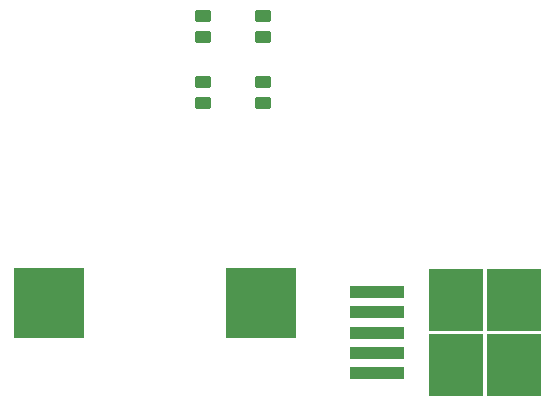
<source format=gbr>
%TF.GenerationSoftware,KiCad,Pcbnew,(6.0.4-0)*%
%TF.CreationDate,2022-06-08T11:17:20-07:00*%
%TF.ProjectId,DC_To_DC_Converter,44435f54-6f5f-4444-935f-436f6e766572,rev?*%
%TF.SameCoordinates,Original*%
%TF.FileFunction,Paste,Top*%
%TF.FilePolarity,Positive*%
%FSLAX46Y46*%
G04 Gerber Fmt 4.6, Leading zero omitted, Abs format (unit mm)*
G04 Created by KiCad (PCBNEW (6.0.4-0)) date 2022-06-08 11:17:20*
%MOMM*%
%LPD*%
G01*
G04 APERTURE LIST*
G04 Aperture macros list*
%AMRoundRect*
0 Rectangle with rounded corners*
0 $1 Rounding radius*
0 $2 $3 $4 $5 $6 $7 $8 $9 X,Y pos of 4 corners*
0 Add a 4 corners polygon primitive as box body*
4,1,4,$2,$3,$4,$5,$6,$7,$8,$9,$2,$3,0*
0 Add four circle primitives for the rounded corners*
1,1,$1+$1,$2,$3*
1,1,$1+$1,$4,$5*
1,1,$1+$1,$6,$7*
1,1,$1+$1,$8,$9*
0 Add four rect primitives between the rounded corners*
20,1,$1+$1,$2,$3,$4,$5,0*
20,1,$1+$1,$4,$5,$6,$7,0*
20,1,$1+$1,$6,$7,$8,$9,0*
20,1,$1+$1,$8,$9,$2,$3,0*%
G04 Aperture macros list end*
%ADD10RoundRect,0.250000X-0.450000X0.262500X-0.450000X-0.262500X0.450000X-0.262500X0.450000X0.262500X0*%
%ADD11R,4.550000X5.250000*%
%ADD12R,4.600000X1.100000*%
%ADD13R,6.000000X6.000000*%
G04 APERTURE END LIST*
D10*
%TO.C,R4*%
X141224000Y-37187500D03*
X141224000Y-39012500D03*
%TD*%
%TO.C,R3*%
X141224000Y-31599500D03*
X141224000Y-33424500D03*
%TD*%
%TO.C,R2*%
X136144000Y-37187500D03*
X136144000Y-39012500D03*
%TD*%
%TO.C,R1*%
X136144000Y-31599500D03*
X136144000Y-33424500D03*
%TD*%
D11*
%TO.C,U1*%
X162445000Y-55645000D03*
X162445000Y-61195000D03*
X157595000Y-55645000D03*
X157595000Y-61195000D03*
D12*
X150870000Y-55020000D03*
X150870000Y-56720000D03*
X150870000Y-58420000D03*
X150870000Y-60120000D03*
X150870000Y-61820000D03*
%TD*%
D13*
%TO.C,L1*%
X123080000Y-55880000D03*
X141080000Y-55880000D03*
%TD*%
M02*

</source>
